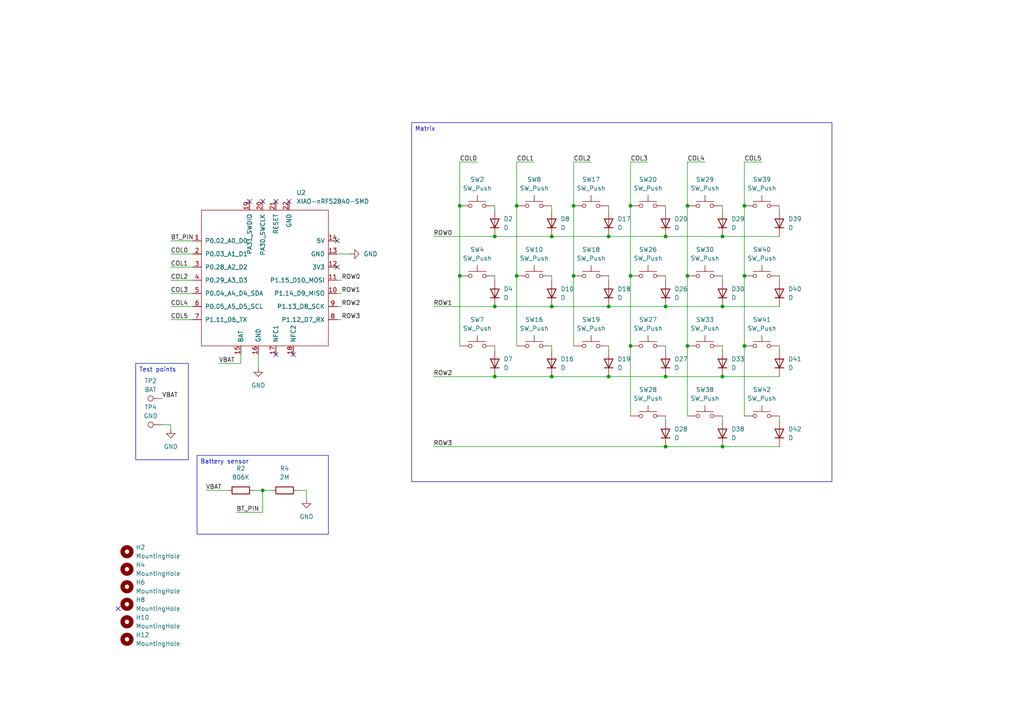
<source format=kicad_sch>
(kicad_sch (version 20250114) (generator "eeschema") (generator_version "9.0")
  (paper "A4")
  (lib_symbols
    (symbol "Connector:TestPoint" (pin_numbers (hide yes)) (pin_names (offset 0.762) (hide yes))
      (property "Reference" "TP" (at 0 6.858 0))
      (property "Value" "TestPoint" (at 0 5.08 0))
      (symbol "TestPoint_0_1"
        (circle (center 0 3.302) (radius 0.762))
      )
      (symbol "TestPoint_1_1"
        (pin passive line (at 0 0 90) (length 2.54) (name "1") (number "1"))
      )
    )
    (symbol "Device:D" (pin_numbers (hide yes)) (pin_names (offset 1.016) (hide yes))
      (property "Reference" "D" (at 0 2.54 0))
      (property "Value" "D" (at 0 -2.54 0))
      (symbol "D_0_1"
        (polyline (pts (xy -1.27 1.27) (xy -1.27 -1.27)) (stroke (width 0.254)))
        (polyline (pts (xy 1.27 1.27) (xy 1.27 -1.27) (xy -1.27 0) (xy 1.27 1.27)) (stroke (width 0.254)))
        (polyline (pts (xy 1.27 0) (xy -1.27 0)))
      )
      (symbol "D_1_1"
        (pin passive line (at -3.81 0 0) (length 2.54) (name "K") (number "1"))
        (pin passive line (at 3.81 0 180) (length 2.54) (name "A") (number "2"))
      )
    )
    (symbol "Device:R" (pin_numbers (hide yes)) (pin_names (offset 0))
      (property "Reference" "R" (at 2.032 0 90))
      (property "Value" "R" (at 0 0 90))
      (symbol "R_0_1"
        (rectangle (start -1.016 -2.54) (end 1.016 2.54) (stroke (width 0.254)))
      )
      (symbol "R_1_1"
        (pin passive line (at 0 3.81 270) (length 1.27) (name "~") (number "1"))
        (pin passive line (at 0 -3.81 90) (length 1.27) (name "~") (number "2"))
      )
    )
    (symbol "Mechanical:MountingHole" (pin_names (offset 1.016)) (in_bom no)
      (property "Reference" "H" (at 0 5.08 0))
      (property "Value" "MountingHole" (at 0 3.175 0))
      (symbol "MountingHole_0_1"
        (circle (center 0 0) (radius 1.27) (stroke (width 1.27)))
      )
    )
    (symbol "OPL:XIAO-nRF52840-SMD" (pin_names (offset 1.016))
      (property "Reference" "U" (at -18.542 23.114 0))
      (property "Value" "XIAO-nRF52840-SMD" (at -8.636 21.336 0))
      (symbol "XIAO-nRF52840-SMD_0_1"
        (rectangle (start -19.05 20.32) (end 17.78 -19.05))
      )
      (symbol "XIAO-nRF52840-SMD_1_1"
        (pin passive line (at -21.59 11.43 0) (length 2.54) (name "P0.02_A0_D0") (number "1"))
        (pin passive line (at -21.59 7.62 0) (length 2.54) (name "P0.03_A1_D1") (number "2"))
        (pin passive line (at -21.59 3.81 0) (length 2.54) (name "P0.28_A2_D2") (number "3"))
        (pin passive line (at -21.59 0 0) (length 2.54) (name "P0.29_A3_D3") (number "4"))
        (pin passive line (at -21.59 -3.81 0) (length 2.54) (name "P0.04_A4_D4_SDA") (number "5"))
        (pin passive line (at -21.59 -7.62 0) (length 2.54) (name "P0.05_A5_D5_SCL") (number "6"))
        (pin passive line (at -21.59 -11.43 0) (length 2.54) (name "P1.11_D6_TX") (number "7"))
        (pin passive line (at -7.62 -21.59 90) (length 2.54) (name "BAT") (number "15"))
        (pin passive line (at -5.08 22.86 270) (length 2.54) (name "PA31_SWDIO") (number "19"))
        (pin passive line (at -2.54 -21.59 90) (length 2.54) (name "GND") (number "16"))
        (pin passive line (at -1.27 22.86 270) (length 2.54) (name "PA30_SWCLK") (number "20"))
        (pin passive line (at 2.54 22.86 270) (length 2.54) (name "RESET") (number "21"))
        (pin passive line (at 2.54 -21.59 90) (length 2.54) (name "NFC1") (number "17"))
        (pin passive line (at 6.35 22.86 270) (length 2.54) (name "GND") (number "22"))
        (pin passive line (at 7.62 -21.59 90) (length 2.54) (name "NFC2") (number "18"))
        (pin passive line (at 20.32 11.43 180) (length 2.54) (name "5V") (number "14"))
        (pin passive line (at 20.32 7.62 180) (length 2.54) (name "GND") (number "13"))
        (pin passive line (at 20.32 3.81 180) (length 2.54) (name "3V3") (number "12"))
        (pin passive line (at 20.32 0 180) (length 2.54) (name "P1.15_D10_MOSI") (number "11"))
        (pin passive line (at 20.32 -3.81 180) (length 2.54) (name "P1.14_D9_MISO") (number "10"))
        (pin passive line (at 20.32 -7.62 180) (length 2.54) (name "P1.13_D8_SCK") (number "9"))
        (pin passive line (at 20.32 -11.43 180) (length 2.54) (name "P1.12_D7_RX") (number "8"))
      )
    )
    (symbol "Switch:SW_Push" (pin_numbers (hide yes)) (pin_names (offset 1.016) (hide yes))
      (property "Reference" "SW" (at 1.27 2.54 0))
      (property "Value" "SW_Push" (at 0 -1.524 0))
      (symbol "SW_Push_0_1"
        (circle (center -2.032 0) (radius 0.508))
        (polyline (pts (xy 0 1.27) (xy 0 3.048)))
        (circle (center 2.032 0) (radius 0.508))
        (polyline (pts (xy 2.54 1.27) (xy -2.54 1.27)))
        (pin passive line (at -5.08 0 0) (length 2.54) (name "1") (number "1"))
        (pin passive line (at 5.08 0 180) (length 2.54) (name "2") (number "2"))
      )
    )
    (symbol "power:GND" (power) (pin_numbers (hide yes)) (pin_names (offset 0) (hide yes))
      (property "Value" "GND" (at 0 -3.81 0))
      (symbol "GND_0_1"
        (polyline (pts (xy 0 0) (xy 0 -1.27) (xy 1.27 -1.27) (xy 0 -2.54) (xy -1.27 -1.27) (xy 0 -1.27)))
      )
      (symbol "GND_1_1"
        (pin power_in line (at 0 0 270) (length 0) (name "~") (number "1"))
      )
    )
  )
  (text_box "Battery sensor" (at 57.15 132.08 0) (size 38.1 22.86) (margins 0.9525 0.9525 0.9525 0.9525) (effects (font (size 1.27 1.27)) (justify left top)))
  (text_box "Matrix" (at 119.38 35.56 0) (size 121.92 104.14) (margins 0.9525 0.9525 0.9525 0.9525) (effects (font (size 1.27 1.27)) (justify left top)))
  (text_box "Test points" (at 39.37 105.41 0) (size 15.24 27.94) (margins 0.9525 0.9525 0.9525 0.9525) (effects (font (size 1.27 1.27)) (justify left top)))
  (junction (at 215.9 80.01))
  (junction (at 160.02 109.22))
  (junction (at 182.88 80.01))
  (junction (at 209.55 88.9))
  (junction (at 149.86 80.01))
  (junction (at 193.04 109.22))
  (junction (at 166.37 80.01))
  (junction (at 166.37 59.69))
  (junction (at 199.39 100.33))
  (junction (at 133.35 59.69))
  (junction (at 149.86 59.69))
  (junction (at 143.51 88.9))
  (junction (at 143.51 109.22))
  (junction (at 160.02 88.9))
  (junction (at 76.2 142.24))
  (junction (at 182.88 100.33))
  (junction (at 133.35 80.01))
  (junction (at 215.9 59.69))
  (junction (at 199.39 80.01))
  (junction (at 209.55 129.54))
  (junction (at 193.04 129.54))
  (junction (at 193.04 68.58))
  (junction (at 176.53 88.9))
  (junction (at 199.39 59.69))
  (junction (at 193.04 88.9))
  (junction (at 160.02 68.58))
  (junction (at 215.9 100.33))
  (junction (at 143.51 68.58))
  (junction (at 176.53 68.58))
  (junction (at 182.88 59.69))
  (junction (at 176.53 109.22))
  (junction (at 209.55 68.58))
  (junction (at 209.55 109.22))
  (no_connect (at 34.29 176.53))
  (no_connect (at 80.01 58.42))
  (no_connect (at 97.79 69.85))
  (no_connect (at 97.79 77.47))
  (no_connect (at 76.2 58.42))
  (no_connect (at 83.82 58.42))
  (no_connect (at 85.09 102.87))
  (no_connect (at 72.39 58.42))
  (no_connect (at 80.01 102.87))
  (wire (pts (xy 193.04 120.65) (xy 193.04 121.92)))
  (wire (pts (xy 49.53 92.71) (xy 55.88 92.71)))
  (wire (pts (xy 193.04 68.58) (xy 209.55 68.58)))
  (wire (pts (xy 215.9 59.69) (xy 215.9 46.99)))
  (wire (pts (xy 76.2 142.24) (xy 78.74 142.24)))
  (wire (pts (xy 215.9 100.33) (xy 215.9 120.65)))
  (wire (pts (xy 193.04 100.33) (xy 193.04 101.6)))
  (wire (pts (xy 97.79 88.9) (xy 99.06 88.9)))
  (wire (pts (xy 68.58 148.59) (xy 76.2 148.59)))
  (wire (pts (xy 125.73 68.58) (xy 143.51 68.58)))
  (wire (pts (xy 125.73 109.22) (xy 143.51 109.22)))
  (wire (pts (xy 76.2 142.24) (xy 73.66 142.24)))
  (wire (pts (xy 199.39 100.33) (xy 199.39 120.65)))
  (wire (pts (xy 176.53 68.58) (xy 193.04 68.58)))
  (wire (pts (xy 49.53 73.66) (xy 55.88 73.66)))
  (wire (pts (xy 166.37 59.69) (xy 166.37 46.99)))
  (wire (pts (xy 69.85 105.41) (xy 69.85 102.87)))
  (wire (pts (xy 193.04 109.22) (xy 209.55 109.22)))
  (wire (pts (xy 209.55 129.54) (xy 226.06 129.54)))
  (wire (pts (xy 209.55 59.69) (xy 209.55 60.96)))
  (wire (pts (xy 133.35 80.01) (xy 133.35 100.33)))
  (wire (pts (xy 143.51 109.22) (xy 160.02 109.22)))
  (wire (pts (xy 59.69 142.24) (xy 66.04 142.24)))
  (wire (pts (xy 209.55 88.9) (xy 226.06 88.9)))
  (wire (pts (xy 160.02 109.22) (xy 176.53 109.22)))
  (wire (pts (xy 176.53 109.22) (xy 193.04 109.22)))
  (wire (pts (xy 63.5 105.41) (xy 69.85 105.41)))
  (wire (pts (xy 215.9 46.99) (xy 220.98 46.99)))
  (wire (pts (xy 199.39 59.69) (xy 199.39 80.01)))
  (wire (pts (xy 199.39 46.99) (xy 204.47 46.99)))
  (wire (pts (xy 74.93 102.87) (xy 74.93 106.68)))
  (wire (pts (xy 176.53 80.01) (xy 176.53 81.28)))
  (wire (pts (xy 49.53 124.46) (xy 49.53 123.19)))
  (wire (pts (xy 199.39 59.69) (xy 199.39 46.99)))
  (wire (pts (xy 215.9 80.01) (xy 215.9 100.33)))
  (wire (pts (xy 193.04 59.69) (xy 193.04 60.96)))
  (wire (pts (xy 209.55 80.01) (xy 209.55 81.28)))
  (wire (pts (xy 97.79 85.09) (xy 99.06 85.09)))
  (wire (pts (xy 193.04 129.54) (xy 209.55 129.54)))
  (wire (pts (xy 182.88 59.69) (xy 182.88 80.01)))
  (wire (pts (xy 88.9 144.78) (xy 88.9 142.24)))
  (wire (pts (xy 97.79 92.71) (xy 99.06 92.71)))
  (wire (pts (xy 209.55 68.58) (xy 226.06 68.58)))
  (wire (pts (xy 125.73 88.9) (xy 143.51 88.9)))
  (wire (pts (xy 49.53 69.85) (xy 55.88 69.85)))
  (wire (pts (xy 176.53 59.69) (xy 176.53 60.96)))
  (wire (pts (xy 176.53 100.33) (xy 176.53 101.6)))
  (wire (pts (xy 143.51 100.33) (xy 143.51 101.6)))
  (wire (pts (xy 166.37 59.69) (xy 166.37 80.01)))
  (wire (pts (xy 160.02 59.69) (xy 160.02 60.96)))
  (wire (pts (xy 49.53 123.19) (xy 46.99 123.19)))
  (wire (pts (xy 209.55 109.22) (xy 226.06 109.22)))
  (wire (pts (xy 133.35 46.99) (xy 138.43 46.99)))
  (wire (pts (xy 226.06 80.01) (xy 226.06 81.28)))
  (wire (pts (xy 143.51 88.9) (xy 160.02 88.9)))
  (wire (pts (xy 133.35 59.69) (xy 133.35 46.99)))
  (wire (pts (xy 182.88 59.69) (xy 182.88 46.99)))
  (wire (pts (xy 209.55 120.65) (xy 209.55 121.92)))
  (wire (pts (xy 176.53 88.9) (xy 193.04 88.9)))
  (wire (pts (xy 166.37 46.99) (xy 171.45 46.99)))
  (wire (pts (xy 226.06 120.65) (xy 226.06 121.92)))
  (wire (pts (xy 226.06 59.69) (xy 226.06 60.96)))
  (wire (pts (xy 160.02 80.01) (xy 160.02 81.28)))
  (wire (pts (xy 133.35 59.69) (xy 133.35 80.01)))
  (wire (pts (xy 199.39 80.01) (xy 199.39 100.33)))
  (wire (pts (xy 49.53 77.47) (xy 55.88 77.47)))
  (wire (pts (xy 182.88 100.33) (xy 182.88 120.65)))
  (wire (pts (xy 149.86 59.69) (xy 149.86 80.01)))
  (wire (pts (xy 143.51 59.69) (xy 143.51 60.96)))
  (wire (pts (xy 182.88 46.99) (xy 187.96 46.99)))
  (wire (pts (xy 166.37 80.01) (xy 166.37 100.33)))
  (wire (pts (xy 88.9 142.24) (xy 86.36 142.24)))
  (wire (pts (xy 160.02 88.9) (xy 176.53 88.9)))
  (wire (pts (xy 49.53 85.09) (xy 55.88 85.09)))
  (wire (pts (xy 160.02 100.33) (xy 160.02 101.6)))
  (wire (pts (xy 49.53 88.9) (xy 55.88 88.9)))
  (wire (pts (xy 76.2 148.59) (xy 76.2 142.24)))
  (wire (pts (xy 149.86 80.01) (xy 149.86 100.33)))
  (wire (pts (xy 97.79 81.28) (xy 99.06 81.28)))
  (wire (pts (xy 193.04 80.01) (xy 193.04 81.28)))
  (wire (pts (xy 125.73 129.54) (xy 193.04 129.54)))
  (wire (pts (xy 193.04 88.9) (xy 209.55 88.9)))
  (wire (pts (xy 149.86 59.69) (xy 149.86 46.99)))
  (wire (pts (xy 209.55 100.33) (xy 209.55 101.6)))
  (wire (pts (xy 143.51 68.58) (xy 160.02 68.58)))
  (wire (pts (xy 149.86 46.99) (xy 154.94 46.99)))
  (wire (pts (xy 182.88 80.01) (xy 182.88 100.33)))
  (wire (pts (xy 97.79 73.66) (xy 101.6 73.66)))
  (wire (pts (xy 215.9 59.69) (xy 215.9 80.01)))
  (wire (pts (xy 143.51 80.01) (xy 143.51 81.28)))
  (wire (pts (xy 160.02 68.58) (xy 176.53 68.58)))
  (wire (pts (xy 226.06 100.33) (xy 226.06 101.6)))
  (wire (pts (xy 49.53 81.28) (xy 55.88 81.28)))
  (label "COL0" (at 49.53 73.66 0))
  (label "BT_PIN" (at 68.58 148.59 0))
  (label "COL0" (at 133.35 46.99 0))
  (label "ROW0" (at 125.73 68.58 0))
  (label "COL2" (at 166.37 46.99 0))
  (label "ROW2" (at 99.06 88.9 0))
  (label "ROW1" (at 125.73 88.9 0))
  (label "COL1" (at 49.53 77.47 0))
  (label "VBAT" (at 63.5 105.41 0))
  (label "ROW3" (at 99.06 92.71 0))
  (label "COL1" (at 149.86 46.99 0))
  (label "VBAT" (at 46.99 115.57 0))
  (label "COL3" (at 182.88 46.99 0))
  (label "COL4" (at 199.39 46.99 0))
  (label "ROW2" (at 125.73 109.22 0))
  (label "COL5" (at 215.9 46.99 0))
  (label "ROW0" (at 99.06 81.28 0))
  (label "ROW1" (at 99.06 85.09 0))
  (label "BT_PIN" (at 49.53 69.85 0))
  (label "COL2" (at 49.53 81.28 0))
  (label "ROW3" (at 125.73 129.54 0))
  (label "VBAT" (at 59.69 142.24 0))
  (label "COL5" (at 49.53 92.71 0))
  (label "COL3" (at 49.53 85.09 0))
  (label "COL4" (at 49.53 88.9 0))
  (symbol (lib_id "Switch:SW_Push") (at 154.94 100.33 0) (unit 1)
    (property "Reference" "SW16" (at 154.94 92.71 0))
    (property "Value" "SW_Push" (at 154.94 95.25 0))
    (property "Footprint" "PCM_marbastlib-mx:SW_MX_HS_CPG151101S11_1u" (effects (hide yes)))
    (property "Description" "Push button switch, generic, two pins" (effects (hide yes)))
  )
  (symbol (lib_id "Device:D") (at 193.04 85.09 90) (unit 1)
    (property "Reference" "D26" (at 195.58 83.8199 90) (effects (justify right)))
    (property "Value" "D" (at 195.58 86.3599 90) (effects (justify right)))
    (property "Footprint" "Diode_SMD:D_SOD-123" (effects (hide yes)))
    (property "Description" "Diode" (effects (hide yes)))
    (property "Sim.Device" "D" (effects (hide yes)))
    (property "Sim.Pins" "1=K 2=A" (effects (hide yes)))
  )
  (symbol (lib_id "power:GND") (at 101.6 73.66 90) (unit 1)
    (property "Reference" "#PWR08" (effects (hide yes)))
    (property "Value" "GND" (at 105.41 73.6599 90) (effects (justify right)))
    (property "Description" "Power symbol creates a global label with name \"GND\" , ground" (effects (hide yes)))
  )
  (symbol (lib_id "Mechanical:MountingHole") (at 36.83 160.02 0) (unit 1) (in_bom no)
    (property "Reference" "H2" (at 39.37 158.7499 0) (effects (justify left)))
    (property "Value" "MountingHole" (at 39.37 161.2899 0) (effects (justify left)))
    (property "Footprint" "mousebites:mouse-bite-5mm-slot" (effects (hide yes)))
    (property "Description" "Mounting Hole without connection" (effects (hide yes)))
  )
  (symbol (lib_id "Device:D") (at 143.51 64.77 90) (unit 1)
    (property "Reference" "D2" (at 146.05 63.4999 90) (effects (justify right)))
    (property "Value" "D" (at 146.05 66.0399 90) (effects (justify right)))
    (property "Footprint" "Diode_SMD:D_SOD-123" (effects (hide yes)))
    (property "Description" "Diode" (effects (hide yes)))
    (property "Sim.Device" "D" (effects (hide yes)))
    (property "Sim.Pins" "1=K 2=A" (effects (hide yes)))
  )
  (symbol (lib_id "Switch:SW_Push") (at 220.98 59.69 0) (unit 1)
    (property "Reference" "SW39" (at 220.98 52.07 0))
    (property "Value" "SW_Push" (at 220.98 54.61 0))
    (property "Footprint" "PCM_marbastlib-mx:SW_MX_HS_CPG151101S11_1.25u" (effects (hide yes)))
    (property "Description" "Push button switch, generic, two pins" (effects (hide yes)))
  )
  (symbol (lib_id "Switch:SW_Push") (at 204.47 59.69 0) (unit 1)
    (property "Reference" "SW29" (at 204.47 52.07 0))
    (property "Value" "SW_Push" (at 204.47 54.61 0))
    (property "Footprint" "PCM_marbastlib-mx:SW_MX_HS_CPG151101S11_1u" (effects (hide yes)))
    (property "Description" "Push button switch, generic, two pins" (effects (hide yes)))
  )
  (symbol (lib_id "Switch:SW_Push") (at 138.43 100.33 0) (unit 1)
    (property "Reference" "SW7" (at 138.43 92.71 0))
    (property "Value" "SW_Push" (at 138.43 95.25 0))
    (property "Footprint" "PCM_marbastlib-mx:SW_MX_HS_CPG151101S11_1u" (effects (hide yes)))
    (property "Description" "Push button switch, generic, two pins" (effects (hide yes)))
  )
  (symbol (lib_id "Switch:SW_Push") (at 171.45 80.01 0) (unit 1)
    (property "Reference" "SW18" (at 171.45 72.39 0))
    (property "Value" "SW_Push" (at 171.45 74.93 0))
    (property "Footprint" "PCM_marbastlib-mx:SW_MX_HS_CPG151101S11_1u" (effects (hide yes)))
    (property "Description" "Push button switch, generic, two pins" (effects (hide yes)))
  )
  (symbol (lib_id "Device:D") (at 209.55 85.09 90) (unit 1)
    (property "Reference" "D30" (at 212.09 83.8199 90) (effects (justify right)))
    (property "Value" "D" (at 212.09 86.3599 90) (effects (justify right)))
    (property "Footprint" "Diode_SMD:D_SOD-123" (effects (hide yes)))
    (property "Description" "Diode" (effects (hide yes)))
    (property "Sim.Device" "D" (effects (hide yes)))
    (property "Sim.Pins" "1=K 2=A" (effects (hide yes)))
  )
  (symbol (lib_id "Device:D") (at 143.51 85.09 90) (unit 1)
    (property "Reference" "D4" (at 146.05 83.8199 90) (effects (justify right)))
    (property "Value" "D" (at 146.05 86.3599 90) (effects (justify right)))
    (property "Footprint" "Diode_SMD:D_SOD-123" (effects (hide yes)))
    (property "Description" "Diode" (effects (hide yes)))
    (property "Sim.Device" "D" (effects (hide yes)))
    (property "Sim.Pins" "1=K 2=A" (effects (hide yes)))
  )
  (symbol (lib_id "Switch:SW_Push") (at 204.47 120.65 0) (unit 1)
    (property "Reference" "SW38" (at 204.47 113.03 0))
    (property "Value" "SW_Push" (at 204.47 115.57 0))
    (property "Footprint" "PCM_marbastlib-mx:SW_MX_HS_CPG151101S11_1u" (effects (hide yes)))
    (property "Description" "Push button switch, generic, two pins" (effects (hide yes)))
  )
  (symbol (lib_id "Device:D") (at 226.06 105.41 90) (unit 1)
    (property "Reference" "D41" (at 228.6 104.1399 90) (effects (justify right)))
    (property "Value" "D" (at 228.6 106.6799 90) (effects (justify right)))
    (property "Footprint" "Diode_SMD:D_SOD-123" (effects (hide yes)))
    (property "Description" "Diode" (effects (hide yes)))
    (property "Sim.Device" "D" (effects (hide yes)))
    (property "Sim.Pins" "1=K 2=A" (effects (hide yes)))
  )
  (symbol (lib_id "Device:D") (at 160.02 105.41 90) (unit 1)
    (property "Reference" "D16" (at 162.56 104.1399 90) (effects (justify right)))
    (property "Value" "D" (at 162.56 106.6799 90) (effects (justify right)))
    (property "Footprint" "Diode_SMD:D_SOD-123" (effects (hide yes)))
    (property "Description" "Diode" (effects (hide yes)))
    (property "Sim.Device" "D" (effects (hide yes)))
    (property "Sim.Pins" "1=K 2=A" (effects (hide yes)))
  )
  (symbol (lib_id "Switch:SW_Push") (at 154.94 59.69 0) (unit 1)
    (property "Reference" "SW8" (at 154.94 52.07 0))
    (property "Value" "SW_Push" (at 154.94 54.61 0))
    (property "Footprint" "PCM_marbastlib-mx:SW_MX_HS_CPG151101S11_1u" (effects (hide yes)))
    (property "Description" "Push button switch, generic, two pins" (effects (hide yes)))
  )
  (symbol (lib_id "Switch:SW_Push") (at 220.98 100.33 0) (unit 1)
    (property "Reference" "SW41" (at 220.98 92.71 0))
    (property "Value" "SW_Push" (at 220.98 95.25 0))
    (property "Footprint" "PCM_marbastlib-mx:SW_MX_HS_CPG151101S11_1.25u" (effects (hide yes)))
    (property "Description" "Push button switch, generic, two pins" (effects (hide yes)))
  )
  (symbol (lib_id "Switch:SW_Push") (at 187.96 120.65 0) (unit 1)
    (property "Reference" "SW28" (at 187.96 113.03 0))
    (property "Value" "SW_Push" (at 187.96 115.57 0))
    (property "Footprint" "PCM_marbastlib-mx:SW_MX_HS_CPG151101S11_1u" (effects (hide yes)))
    (property "Description" "Push button switch, generic, two pins" (effects (hide yes)))
  )
  (symbol (lib_id "Device:D") (at 226.06 85.09 90) (unit 1)
    (property "Reference" "D40" (at 228.6 83.8199 90) (effects (justify right)))
    (property "Value" "D" (at 228.6 86.3599 90) (effects (justify right)))
    (property "Footprint" "Diode_SMD:D_SOD-123" (effects (hide yes)))
    (property "Description" "Diode" (effects (hide yes)))
    (property "Sim.Device" "D" (effects (hide yes)))
    (property "Sim.Pins" "1=K 2=A" (effects (hide yes)))
  )
  (symbol (lib_id "Device:D") (at 226.06 64.77 90) (unit 1)
    (property "Reference" "D39" (at 228.6 63.4999 90) (effects (justify right)))
    (property "Value" "D" (at 228.6 66.0399 90) (effects (justify right)))
    (property "Footprint" "Diode_SMD:D_SOD-123" (effects (hide yes)))
    (property "Description" "Diode" (effects (hide yes)))
    (property "Sim.Device" "D" (effects (hide yes)))
    (property "Sim.Pins" "1=K 2=A" (effects (hide yes)))
  )
  (symbol (lib_id "Mechanical:MountingHole") (at 36.83 175.26 0) (unit 1) (in_bom no)
    (property "Reference" "H8" (at 39.37 173.9899 0) (effects (justify left)))
    (property "Value" "MountingHole" (at 39.37 176.5299 0) (effects (justify left)))
    (property "Footprint" "mousebites:mouse-bite-5mm-slot" (effects (hide yes)))
    (property "Description" "Mounting Hole without connection" (effects (hide yes)))
  )
  (symbol (lib_id "Device:D") (at 209.55 64.77 90) (unit 1)
    (property "Reference" "D29" (at 212.09 63.4999 90) (effects (justify right)))
    (property "Value" "D" (at 212.09 66.0399 90) (effects (justify right)))
    (property "Footprint" "Diode_SMD:D_SOD-123" (effects (hide yes)))
    (property "Description" "Diode" (effects (hide yes)))
    (property "Sim.Device" "D" (effects (hide yes)))
    (property "Sim.Pins" "1=K 2=A" (effects (hide yes)))
  )
  (symbol (lib_id "power:GND") (at 49.53 124.46 0) (unit 1)
    (property "Reference" "#PWR02" (effects (hide yes)))
    (property "Value" "GND" (at 49.53 129.54 0))
    (property "Description" "Power symbol creates a global label with name \"GND\" , ground" (effects (hide yes)))
  )
  (symbol (lib_id "Device:D") (at 209.55 105.41 90) (unit 1)
    (property "Reference" "D33" (at 212.09 104.1399 90) (effects (justify right)))
    (property "Value" "D" (at 212.09 106.6799 90) (effects (justify right)))
    (property "Footprint" "Diode_SMD:D_SOD-123" (effects (hide yes)))
    (property "Description" "Diode" (effects (hide yes)))
    (property "Sim.Device" "D" (effects (hide yes)))
    (property "Sim.Pins" "1=K 2=A" (effects (hide yes)))
  )
  (symbol (lib_id "Switch:SW_Push") (at 187.96 59.69 0) (unit 1)
    (property "Reference" "SW20" (at 187.96 52.07 0))
    (property "Value" "SW_Push" (at 187.96 54.61 0))
    (property "Footprint" "PCM_marbastlib-mx:SW_MX_HS_CPG151101S11_1u" (effects (hide yes)))
    (property "Description" "Push button switch, generic, two pins" (effects (hide yes)))
  )
  (symbol (lib_id "Switch:SW_Push") (at 154.94 80.01 0) (unit 1)
    (property "Reference" "SW10" (at 154.94 72.39 0))
    (property "Value" "SW_Push" (at 154.94 74.93 0))
    (property "Footprint" "PCM_marbastlib-mx:SW_MX_HS_CPG151101S11_1u" (effects (hide yes)))
    (property "Description" "Push button switch, generic, two pins" (effects (hide yes)))
  )
  (symbol (lib_id "Device:D") (at 176.53 85.09 90) (unit 1)
    (property "Reference" "D18" (at 179.07 83.8199 90) (effects (justify right)))
    (property "Value" "D" (at 179.07 86.3599 90) (effects (justify right)))
    (property "Footprint" "Diode_SMD:D_SOD-123" (effects (hide yes)))
    (property "Description" "Diode" (effects (hide yes)))
    (property "Sim.Device" "D" (effects (hide yes)))
    (property "Sim.Pins" "1=K 2=A" (effects (hide yes)))
  )
  (symbol (lib_id "Device:D") (at 160.02 64.77 90) (unit 1)
    (property "Reference" "D8" (at 162.56 63.4999 90) (effects (justify right)))
    (property "Value" "D" (at 162.56 66.0399 90) (effects (justify right)))
    (property "Footprint" "Diode_SMD:D_SOD-123" (effects (hide yes)))
    (property "Description" "Diode" (effects (hide yes)))
    (property "Sim.Device" "D" (effects (hide yes)))
    (property "Sim.Pins" "1=K 2=A" (effects (hide yes)))
  )
  (symbol (lib_id "Device:R") (at 82.55 142.24 90) (unit 1)
    (property "Reference" "R4" (at 82.55 135.89 90))
    (property "Value" "2M" (at 82.55 138.43 90))
    (property "Footprint" "Resistor_SMD:R_0805_2012Metric" (effects (hide yes)))
    (property "Description" "Resistor" (effects (hide yes)))
  )
  (symbol (lib_id "Switch:SW_Push") (at 187.96 80.01 0) (unit 1)
    (property "Reference" "SW26" (at 187.96 72.39 0))
    (property "Value" "SW_Push" (at 187.96 74.93 0))
    (property "Footprint" "PCM_marbastlib-mx:SW_MX_HS_CPG151101S11_1u" (effects (hide yes)))
    (property "Description" "Push button switch, generic, two pins" (effects (hide yes)))
  )
  (symbol (lib_id "OPL:XIAO-nRF52840-SMD") (at 77.47 81.28 0) (unit 1)
    (property "Reference" "U2" (at 85.9633 55.88 0) (effects (justify left)))
    (property "Value" "XIAO-nRF52840-SMD" (at 85.9633 58.42 0) (effects (justify left)))
    (property "Footprint" "mod_xiao:modified-XIAO-nRF52840-SMD" (effects (hide yes)))
  )
  (symbol (lib_id "Connector:TestPoint") (at 46.99 115.57 90) (unit 1)
    (property "Reference" "TP2" (at 43.688 110.49 90))
    (property "Value" "BAT" (at 43.688 113.03 90))
    (property "Footprint" "TestPoint:TestPoint_Pad_D2.0mm" (effects (hide yes)))
    (property "Description" "test point" (effects (hide yes)))
  )
  (symbol (lib_id "Switch:SW_Push") (at 138.43 80.01 0) (unit 1)
    (property "Reference" "SW4" (at 138.43 72.39 0))
    (property "Value" "SW_Push" (at 138.43 74.93 0))
    (property "Footprint" "PCM_marbastlib-mx:SW_MX_HS_CPG151101S11_1u" (effects (hide yes)))
    (property "Description" "Push button switch, generic, two pins" (effects (hide yes)))
  )
  (symbol (lib_id "Switch:SW_Push") (at 187.96 100.33 0) (unit 1)
    (property "Reference" "SW27" (at 187.96 92.71 0))
    (property "Value" "SW_Push" (at 187.96 95.25 0))
    (property "Footprint" "PCM_marbastlib-mx:SW_MX_HS_CPG151101S11_1u" (effects (hide yes)))
    (property "Description" "Push button switch, generic, two pins" (effects (hide yes)))
  )
  (symbol (lib_id "Device:D") (at 160.02 85.09 90) (unit 1)
    (property "Reference" "D10" (at 162.56 83.8199 90) (effects (justify right)))
    (property "Value" "D" (at 162.56 86.3599 90) (effects (justify right)))
    (property "Footprint" "Diode_SMD:D_SOD-123" (effects (hide yes)))
    (property "Description" "Diode" (effects (hide yes)))
    (property "Sim.Device" "D" (effects (hide yes)))
    (property "Sim.Pins" "1=K 2=A" (effects (hide yes)))
  )
  (symbol (lib_id "power:GND") (at 74.93 106.68 0) (unit 1)
    (property "Reference" "#PWR04" (effects (hide yes)))
    (property "Value" "GND" (at 74.93 111.76 0))
    (property "Description" "Power symbol creates a global label with name \"GND\" , ground" (effects (hide yes)))
  )
  (symbol (lib_id "Connector:TestPoint") (at 46.99 123.19 90) (unit 1)
    (property "Reference" "TP4" (at 43.688 118.11 90))
    (property "Value" "GND" (at 43.688 120.65 90))
    (property "Footprint" "TestPoint:TestPoint_Pad_D2.0mm" (effects (hide yes)))
    (property "Description" "test point" (effects (hide yes)))
  )
  (symbol (lib_id "Device:D") (at 176.53 105.41 90) (unit 1)
    (property "Reference" "D19" (at 179.07 104.1399 90) (effects (justify right)))
    (property "Value" "D" (at 179.07 106.6799 90) (effects (justify right)))
    (property "Footprint" "Diode_SMD:D_SOD-123" (effects (hide yes)))
    (property "Description" "Diode" (effects (hide yes)))
    (property "Sim.Device" "D" (effects (hide yes)))
    (property "Sim.Pins" "1=K 2=A" (effects (hide yes)))
  )
  (symbol (lib_id "Mechanical:MountingHole") (at 36.83 185.42 0) (unit 1) (in_bom no)
    (property "Reference" "H12" (at 39.37 184.1499 0) (effects (justify left)))
    (property "Value" "MountingHole" (at 39.37 186.6899 0) (effects (justify left)))
    (property "Footprint" "mousebites:mouse-bite-5mm-slot" (effects (hide yes)))
    (property "Description" "Mounting Hole without connection" (effects (hide yes)))
  )
  (symbol (lib_id "Device:R") (at 69.85 142.24 90) (unit 1)
    (property "Reference" "R2" (at 69.85 135.89 90))
    (property "Value" "806K" (at 69.85 138.43 90))
    (property "Footprint" "Resistor_SMD:R_0805_2012Metric" (effects (hide yes)))
    (property "Description" "Resistor" (effects (hide yes)))
  )
  (symbol (lib_id "Device:D") (at 193.04 64.77 90) (unit 1)
    (property "Reference" "D20" (at 195.58 63.4999 90) (effects (justify right)))
    (property "Value" "D" (at 195.58 66.0399 90) (effects (justify right)))
    (property "Footprint" "Diode_SMD:D_SOD-123" (effects (hide yes)))
    (property "Description" "Diode" (effects (hide yes)))
    (property "Sim.Device" "D" (effects (hide yes)))
    (property "Sim.Pins" "1=K 2=A" (effects (hide yes)))
  )
  (symbol (lib_id "Switch:SW_Push") (at 171.45 100.33 0) (unit 1)
    (property "Reference" "SW19" (at 171.45 92.71 0))
    (property "Value" "SW_Push" (at 171.45 95.25 0))
    (property "Footprint" "PCM_marbastlib-mx:SW_MX_HS_CPG151101S11_1u" (effects (hide yes)))
    (property "Description" "Push button switch, generic, two pins" (effects (hide yes)))
  )
  (symbol (lib_id "Switch:SW_Push") (at 220.98 120.65 0) (unit 1)
    (property "Reference" "SW42" (at 220.98 113.03 0))
    (property "Value" "SW_Push" (at 220.98 115.57 0))
    (property "Footprint" "PCM_marbastlib-mx:SW_MX_HS_CPG151101S11_1.25u" (effects (hide yes)))
    (property "Description" "Push button switch, generic, two pins" (effects (hide yes)))
  )
  (symbol (lib_id "Device:D") (at 143.51 105.41 90) (unit 1)
    (property "Reference" "D7" (at 146.05 104.1399 90) (effects (justify right)))
    (property "Value" "D" (at 146.05 106.6799 90) (effects (justify right)))
    (property "Footprint" "Diode_SMD:D_SOD-123" (effects (hide yes)))
    (property "Description" "Diode" (effects (hide yes)))
    (property "Sim.Device" "D" (effects (hide yes)))
    (property "Sim.Pins" "1=K 2=A" (effects (hide yes)))
  )
  (symbol (lib_id "Switch:SW_Push") (at 138.43 59.69 0) (unit 1)
    (property "Reference" "SW2" (at 138.43 52.07 0))
    (property "Value" "SW_Push" (at 138.43 54.61 0))
    (property "Footprint" "PCM_marbastlib-mx:SW_MX_HS_CPG151101S11_1u" (effects (hide yes)))
    (property "Description" "Push button switch, generic, two pins" (effects (hide yes)))
  )
  (symbol (lib_id "Device:D") (at 176.53 64.77 90) (unit 1)
    (property "Reference" "D17" (at 179.07 63.4999 90) (effects (justify right)))
    (property "Value" "D" (at 179.07 66.0399 90) (effects (justify right)))
    (property "Footprint" "Diode_SMD:D_SOD-123" (effects (hide yes)))
    (property "Description" "Diode" (effects (hide yes)))
    (property "Sim.Device" "D" (effects (hide yes)))
    (property "Sim.Pins" "1=K 2=A" (effects (hide yes)))
  )
  (symbol (lib_id "Mechanical:MountingHole") (at 36.83 180.34 0) (unit 1) (in_bom no)
    (property "Reference" "H10" (at 39.37 179.07 0) (effects (justify left)))
    (property "Value" "MountingHole" (at 39.37 181.6099 0) (effects (justify left)))
    (property "Footprint" "mousebites:mouse-bite-5mm-slot" (effects (hide yes)))
    (property "Description" "Mounting Hole without connection" (effects (hide yes)))
  )
  (symbol (lib_id "Switch:SW_Push") (at 220.98 80.01 0) (unit 1)
    (property "Reference" "SW40" (at 220.98 72.39 0))
    (property "Value" "SW_Push" (at 220.98 74.93 0))
    (property "Footprint" "PCM_marbastlib-mx:SW_MX_HS_CPG151101S11_1.25u" (effects (hide yes)))
    (property "Description" "Push button switch, generic, two pins" (effects (hide yes)))
  )
  (symbol (lib_id "Device:D") (at 193.04 125.73 90) (unit 1)
    (property "Reference" "D28" (at 195.58 124.4599 90) (effects (justify right)))
    (property "Value" "D" (at 195.58 126.9999 90) (effects (justify right)))
    (property "Footprint" "Diode_SMD:D_SOD-123" (effects (hide yes)))
    (property "Description" "Diode" (effects (hide yes)))
    (property "Sim.Device" "D" (effects (hide yes)))
    (property "Sim.Pins" "1=K 2=A" (effects (hide yes)))
  )
  (symbol (lib_id "Switch:SW_Push") (at 204.47 100.33 0) (unit 1)
    (property "Reference" "SW33" (at 204.47 92.71 0))
    (property "Value" "SW_Push" (at 204.47 95.25 0))
    (property "Footprint" "PCM_marbastlib-mx:SW_MX_HS_CPG151101S11_1u" (effects (hide yes)))
    (property "Description" "Push button switch, generic, two pins" (effects (hide yes)))
  )
  (symbol (lib_id "Device:D") (at 226.06 125.73 90) (unit 1)
    (property "Reference" "D42" (at 228.6 124.4599 90) (effects (justify right)))
    (property "Value" "D" (at 228.6 126.9999 90) (effects (justify right)))
    (property "Footprint" "Diode_SMD:D_SOD-123" (effects (hide yes)))
    (property "Description" "Diode" (effects (hide yes)))
    (property "Sim.Device" "D" (effects (hide yes)))
    (property "Sim.Pins" "1=K 2=A" (effects (hide yes)))
  )
  (symbol (lib_id "Device:D") (at 209.55 125.73 90) (unit 1)
    (property "Reference" "D38" (at 212.09 124.4599 90) (effects (justify right)))
    (property "Value" "D" (at 212.09 126.9999 90) (effects (justify right)))
    (property "Footprint" "Diode_SMD:D_SOD-123" (effects (hide yes)))
    (property "Description" "Diode" (effects (hide yes)))
    (property "Sim.Device" "D" (effects (hide yes)))
    (property "Sim.Pins" "1=K 2=A" (effects (hide yes)))
  )
  (symbol (lib_id "Mechanical:MountingHole") (at 36.83 170.18 0) (unit 1) (in_bom no)
    (property "Reference" "H6" (at 39.37 168.9099 0) (effects (justify left)))
    (property "Value" "MountingHole" (at 39.37 171.4499 0) (effects (justify left)))
    (property "Footprint" "mousebites:mouse-bite-5mm-slot" (effects (hide yes)))
    (property "Description" "Mounting Hole without connection" (effects (hide yes)))
  )
  (symbol (lib_id "power:GND") (at 88.9 144.78 0) (unit 1)
    (property "Reference" "#PWR06" (effects (hide yes)))
    (property "Value" "GND" (at 88.9 149.86 0))
    (property "Description" "Power symbol creates a global label with name \"GND\" , ground" (effects (hide yes)))
  )
  (symbol (lib_id "Switch:SW_Push") (at 204.47 80.01 0) (unit 1)
    (property "Reference" "SW30" (at 204.47 72.39 0))
    (property "Value" "SW_Push" (at 204.47 74.93 0))
    (property "Footprint" "PCM_marbastlib-mx:SW_MX_HS_CPG151101S11_1u" (effects (hide yes)))
    (property "Description" "Push button switch, generic, two pins" (effects (hide yes)))
  )
  (symbol (lib_id "Mechanical:MountingHole") (at 36.83 165.1 0) (unit 1) (in_bom no)
    (property "Reference" "H4" (at 39.37 163.8299 0) (effects (justify left)))
    (property "Value" "MountingHole" (at 39.37 166.3699 0) (effects (justify left)))
    (property "Footprint" "mousebites:mouse-bite-5mm-slot" (effects (hide yes)))
    (property "Description" "Mounting Hole without connection" (effects (hide yes)))
  )
  (symbol (lib_id "Device:D") (at 193.04 105.41 90) (unit 1)
    (property "Reference" "D27" (at 195.58 104.1399 90) (effects (justify right)))
    (property "Value" "D" (at 195.58 106.6799 90) (effects (justify right)))
    (property "Footprint" "Diode_SMD:D_SOD-123" (effects (hide yes)))
    (property "Description" "Diode" (effects (hide yes)))
    (property "Sim.Device" "D" (effects (hide yes)))
    (property "Sim.Pins" "1=K 2=A" (effects (hide yes)))
  )
  (symbol (lib_id "Switch:SW_Push") (at 171.45 59.69 0) (unit 1)
    (property "Reference" "SW17" (at 171.45 52.07 0))
    (property "Value" "SW_Push" (at 171.45 54.61 0))
    (property "Footprint" "PCM_marbastlib-mx:SW_MX_HS_CPG151101S11_1u" (effects (hide yes)))
    (property "Description" "Push button switch, generic, two pins" (effects (hide yes)))
  )
)
</source>
